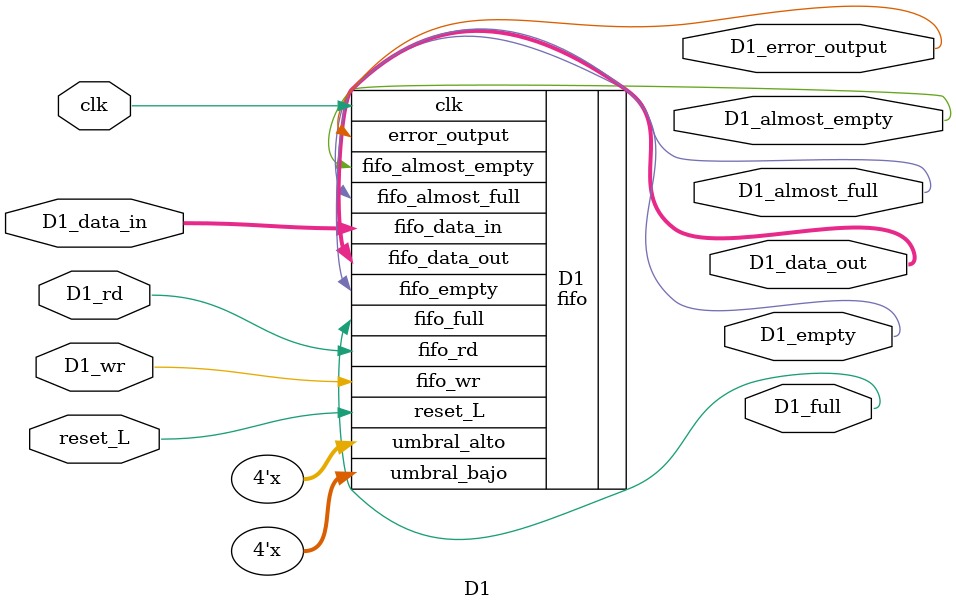
<source format=v>
module D1 #(
parameter		BW4=6,	// Byte/data width
parameter [5:0]	LEN=4,
parameter TOL = 1)
    (
	input				clk, reset_L,
	input				D1_wr,
	input	 [(BW4-1):0]	D1_data_in,
	input				D1_rd,
	output	[(BW4-1):0]	D1_data_out,
	output  			D1_error_output,
	output   				D1_full,
	output   				D1_empty,
	output   				D1_almost_full,
	output   				D1_almost_empty);

fifo #(.BW(BW4), .LEN(LEN), .TOL(TOL)) D1  (
	 // Outputs
	 .fifo_data_out			(D1_data_out[(BW4-1):0]),
	 .error_output			(D1_error_output),
	 .fifo_full			(D1_full),
	 .fifo_empty			(D1_empty),
	 .fifo_almost_full		(D1_almost_full),
	 .fifo_almost_empty		(D1_almost_empty),
	 // Inputs
	 .clk				(clk),
	 .reset_L			(reset_L),
	 .fifo_wr			(D1_wr),
	 .umbral_bajo		(UmbralD1_LOW_cond[(LEN-1):0]),
	 .umbral_alto		(UmbralD1_HIGH_cond[(LEN-1):0]),
	 .fifo_data_in			(D1_data_in[(BW4-1):0]),
	 .fifo_rd			(D1_rd)) ;

endmodule

</source>
